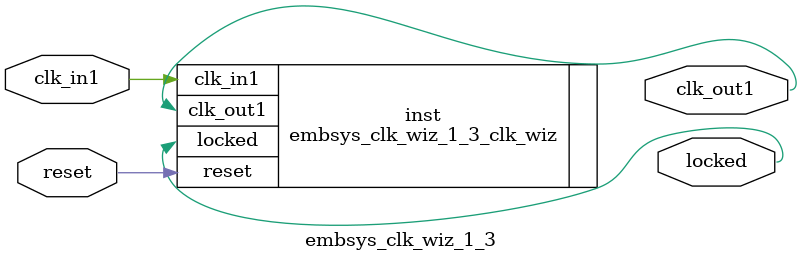
<source format=v>


`timescale 1ps/1ps

(* CORE_GENERATION_INFO = "embsys_clk_wiz_1_3,clk_wiz_v6_0_11_0_0,{component_name=embsys_clk_wiz_1_3,use_phase_alignment=true,use_min_o_jitter=false,use_max_i_jitter=false,use_dyn_phase_shift=false,use_inclk_switchover=false,use_dyn_reconfig=false,enable_axi=0,feedback_source=FDBK_AUTO,PRIMITIVE=MMCM,num_out_clk=1,clkin1_period=10.000,clkin2_period=10.000,use_power_down=false,use_reset=true,use_locked=true,use_inclk_stopped=false,feedback_type=SINGLE,CLOCK_MGR_TYPE=NA,manual_override=false}" *)

module embsys_clk_wiz_1_3 
 (
  // Clock out ports
  output        clk_out1,
  // Status and control signals
  input         reset,
  output        locked,
 // Clock in ports
  input         clk_in1
 );

  embsys_clk_wiz_1_3_clk_wiz inst
  (
  // Clock out ports  
  .clk_out1(clk_out1),
  // Status and control signals               
  .reset(reset), 
  .locked(locked),
 // Clock in ports
  .clk_in1(clk_in1)
  );

endmodule

</source>
